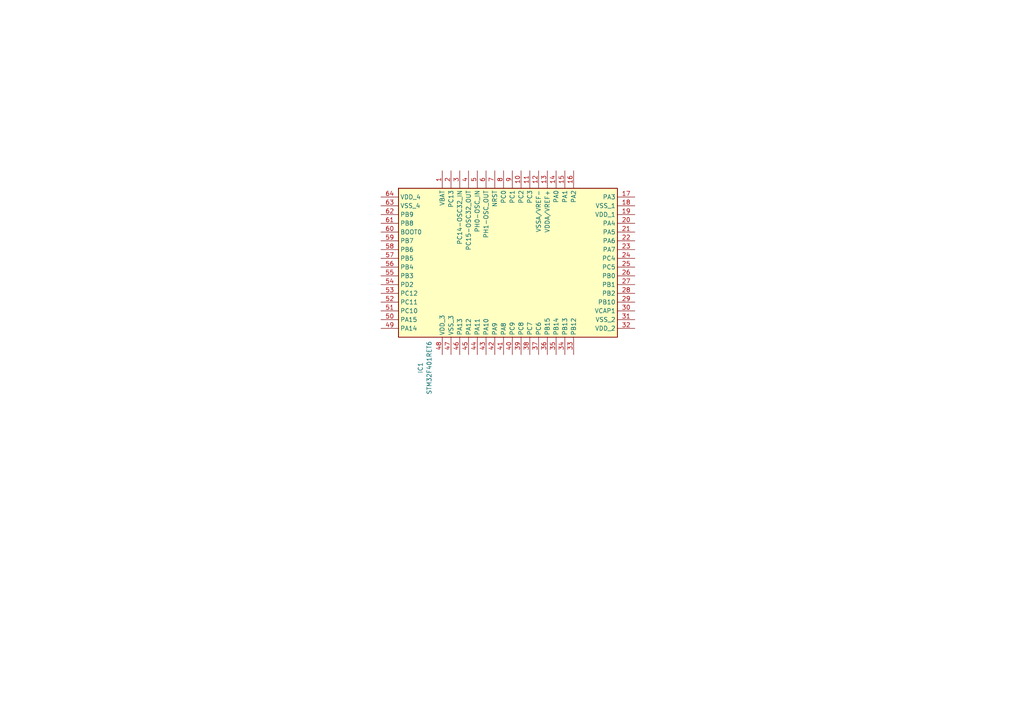
<source format=kicad_sch>
(kicad_sch (version 20231120) (generator "eeschema") (generator_version "8.0")
  (paper "A4")
  (lib_symbols
    (symbol "STM32f401REt6:STM32F401RET6"
      (property "Reference" "IC" (at 49.53 17.78 0))
      (property "Value" "STM32F401RET6" (at 49.53 15.24 0))
      (symbol "STM32F401RET6_1_1"
        (rectangle (start 5.08 12.7) (end 48.26 -50.8) (stroke (width 0.254)) (fill (type background)))
        (pin passive line (at 0 0 0) (length 5.08) (name "VBAT") (number "1"))
        (pin passive line (at 0 -22.86 0) (length 5.08) (name "PC2") (number "10"))
        (pin passive line (at 0 -25.4 0) (length 5.08) (name "PC3") (number "11"))
        (pin passive line (at 0 -27.94 0) (length 5.08) (name "VSSA/VREF-") (number "12"))
        (pin passive line (at 0 -30.48 0) (length 5.08) (name "VDDA/VREF+") (number "13"))
        (pin passive line (at 0 -33.02 0) (length 5.08) (name "PA0") (number "14"))
        (pin passive line (at 0 -35.56 0) (length 5.08) (name "PA1") (number "15"))
        (pin passive line (at 0 -38.1 0) (length 5.08) (name "PA2") (number "16"))
        (pin passive line (at 7.62 -55.88 90) (length 5.08) (name "PA3") (number "17"))
        (pin passive line (at 10.16 -55.88 90) (length 5.08) (name "VSS_1") (number "18"))
        (pin passive line (at 12.7 -55.88 90) (length 5.08) (name "VDD_1") (number "19"))
        (pin passive line (at 0 -2.54 0) (length 5.08) (name "PC13") (number "2"))
        (pin passive line (at 15.24 -55.88 90) (length 5.08) (name "PA4") (number "20"))
        (pin passive line (at 17.78 -55.88 90) (length 5.08) (name "PA5") (number "21"))
        (pin passive line (at 20.32 -55.88 90) (length 5.08) (name "PA6") (number "22"))
        (pin passive line (at 22.86 -55.88 90) (length 5.08) (name "PA7") (number "23"))
        (pin passive line (at 25.4 -55.88 90) (length 5.08) (name "PC4") (number "24"))
        (pin passive line (at 27.94 -55.88 90) (length 5.08) (name "PC5") (number "25"))
        (pin passive line (at 30.48 -55.88 90) (length 5.08) (name "PB0") (number "26"))
        (pin passive line (at 33.02 -55.88 90) (length 5.08) (name "PB1") (number "27"))
        (pin passive line (at 35.56 -55.88 90) (length 5.08) (name "PB2") (number "28"))
        (pin passive line (at 38.1 -55.88 90) (length 5.08) (name "PB10") (number "29"))
        (pin passive line (at 0 -5.08 0) (length 5.08) (name "PC14-OSC32_IN") (number "3"))
        (pin passive line (at 40.64 -55.88 90) (length 5.08) (name "VCAP1") (number "30"))
        (pin passive line (at 43.18 -55.88 90) (length 5.08) (name "VSS_2") (number "31"))
        (pin passive line (at 45.72 -55.88 90) (length 5.08) (name "VDD_2") (number "32"))
        (pin passive line (at 53.34 -38.1 180) (length 5.08) (name "PB12") (number "33"))
        (pin passive line (at 53.34 -35.56 180) (length 5.08) (name "PB13") (number "34"))
        (pin passive line (at 53.34 -33.02 180) (length 5.08) (name "PB14") (number "35"))
        (pin passive line (at 53.34 -30.48 180) (length 5.08) (name "PB15") (number "36"))
        (pin passive line (at 53.34 -27.94 180) (length 5.08) (name "PC6") (number "37"))
        (pin passive line (at 53.34 -25.4 180) (length 5.08) (name "PC7") (number "38"))
        (pin passive line (at 53.34 -22.86 180) (length 5.08) (name "PC8") (number "39"))
        (pin passive line (at 0 -7.62 0) (length 5.08) (name "PC15-OSC32_OUT") (number "4"))
        (pin passive line (at 53.34 -20.32 180) (length 5.08) (name "PC9") (number "40"))
        (pin passive line (at 53.34 -17.78 180) (length 5.08) (name "PA8") (number "41"))
        (pin passive line (at 53.34 -15.24 180) (length 5.08) (name "PA9") (number "42"))
        (pin passive line (at 53.34 -12.7 180) (length 5.08) (name "PA10") (number "43"))
        (pin passive line (at 53.34 -10.16 180) (length 5.08) (name "PA11") (number "44"))
        (pin passive line (at 53.34 -7.62 180) (length 5.08) (name "PA12") (number "45"))
        (pin passive line (at 53.34 -5.08 180) (length 5.08) (name "PA13") (number "46"))
        (pin passive line (at 53.34 -2.54 180) (length 5.08) (name "VSS_3") (number "47"))
        (pin passive line (at 53.34 0 180) (length 5.08) (name "VDD_3") (number "48"))
        (pin passive line (at 45.72 17.78 270) (length 5.08) (name "PA14") (number "49"))
        (pin passive line (at 0 -10.16 0) (length 5.08) (name "PH0-OSC_IN") (number "5"))
        (pin passive line (at 43.18 17.78 270) (length 5.08) (name "PA15") (number "50"))
        (pin passive line (at 40.64 17.78 270) (length 5.08) (name "PC10") (number "51"))
        (pin passive line (at 38.1 17.78 270) (length 5.08) (name "PC11") (number "52"))
        (pin passive line (at 35.56 17.78 270) (length 5.08) (name "PC12") (number "53"))
        (pin passive line (at 33.02 17.78 270) (length 5.08) (name "PD2") (number "54"))
        (pin passive line (at 30.48 17.78 270) (length 5.08) (name "PB3") (number "55"))
        (pin passive line (at 27.94 17.78 270) (length 5.08) (name "PB4") (number "56"))
        (pin passive line (at 25.4 17.78 270) (length 5.08) (name "PB5") (number "57"))
        (pin passive line (at 22.86 17.78 270) (length 5.08) (name "PB6") (number "58"))
        (pin passive line (at 20.32 17.78 270) (length 5.08) (name "PB7") (number "59"))
        (pin passive line (at 0 -12.7 0) (length 5.08) (name "PH1-OSC_OUT") (number "6"))
        (pin passive line (at 17.78 17.78 270) (length 5.08) (name "BOOT0") (number "60"))
        (pin passive line (at 15.24 17.78 270) (length 5.08) (name "PB8") (number "61"))
        (pin passive line (at 12.7 17.78 270) (length 5.08) (name "PB9") (number "62"))
        (pin passive line (at 10.16 17.78 270) (length 5.08) (name "VSS_4") (number "63"))
        (pin passive line (at 7.62 17.78 270) (length 5.08) (name "VDD_4") (number "64"))
        (pin passive line (at 0 -15.24 0) (length 5.08) (name "NRST") (number "7"))
        (pin passive line (at 0 -17.78 0) (length 5.08) (name "PC0") (number "8"))
        (pin passive line (at 0 -20.32 0) (length 5.08) (name "PC1") (number "9"))
      )
    )
  )
  (symbol (lib_id "STM32f401REt6:STM32F401RET6") (at 128.27 49.53 90) (mirror x) (unit 1)
    (property "Reference" "IC1" (at 121.9514 106.68 0))
    (property "Value" "STM32F401RET6" (at 124.4914 106.68 0))
    (property "Footprint" "QFP50P1200X1200X160-64N" (effects (hide yes)))
    (property "Datasheet" "http://www.st.com/st-web-ui/static/active/en/resource/technical/document/datasheet/DM00102166.pdf" (effects (hide yes)))
    (property "Description" "ARM Cortex-M4 32b MCU+FPU" (effects (hide yes)))
    (property "Height" "1.6" (effects (hide yes)))
    (property "Manufacturer_Name" "STMicroelectronics" (effects (hide yes)))
    (property "Manufacturer_Part_Number" "STM32F401RET6" (effects (hide yes)))
    (property "Mouser Part Number" "511-STM32F401RET6" (effects (hide yes)))
    (property "Mouser Price/Stock" "https://www.mouser.co.uk/ProductDetail/STMicroelectronics/STM32F401RET6?qs=s5SkPsIz108eLldhTu8INg%3D%3D" (effects (hide yes)))
    (property "Arrow Part Number" "STM32F401RET6" (effects (hide yes)))
    (property "Arrow Price/Stock" "https://www.arrow.com/en/products/stm32f401ret6/stmicroelectronics?region=nac" (effects (hide yes)))
  )
)
</source>
